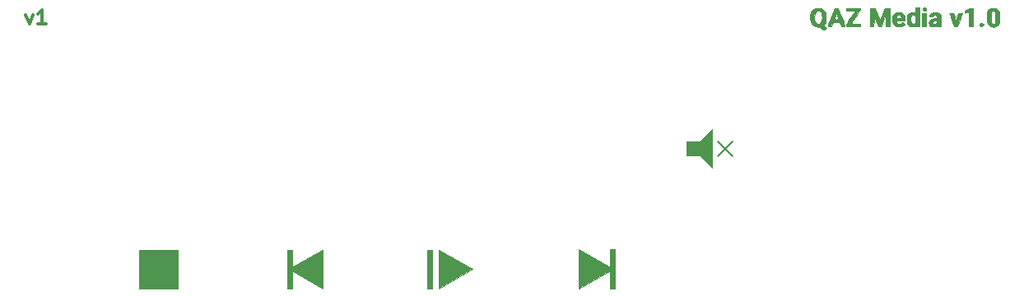
<source format=gbr>
G04 #@! TF.GenerationSoftware,KiCad,Pcbnew,(5.1.6)-1*
G04 #@! TF.CreationDate,2021-06-16T19:48:32-04:00*
G04 #@! TF.ProjectId,plate_layer_v1,706c6174-655f-46c6-9179-65725f76312e,rev?*
G04 #@! TF.SameCoordinates,Original*
G04 #@! TF.FileFunction,Legend,Top*
G04 #@! TF.FilePolarity,Positive*
%FSLAX46Y46*%
G04 Gerber Fmt 4.6, Leading zero omitted, Abs format (unit mm)*
G04 Created by KiCad (PCBNEW (5.1.6)-1) date 2021-06-16 19:48:32*
%MOMM*%
%LPD*%
G01*
G04 APERTURE LIST*
%ADD10C,0.100000*%
%ADD11C,0.300000*%
%ADD12C,0.010000*%
G04 APERTURE END LIST*
D10*
G36*
X175600000Y-101300000D02*
G01*
X174100000Y-102800000D01*
X174000000Y-102700000D01*
X175500000Y-101200000D01*
X175600000Y-101300000D01*
G37*
X175600000Y-101300000D02*
X174100000Y-102800000D01*
X174000000Y-102700000D01*
X175500000Y-101200000D01*
X175600000Y-101300000D01*
G36*
X175600000Y-102700000D02*
G01*
X175500000Y-102800000D01*
X174000000Y-101300000D01*
X174100000Y-101200000D01*
X175600000Y-102700000D01*
G37*
X175600000Y-102700000D02*
X175500000Y-102800000D01*
X174000000Y-101300000D01*
X174100000Y-101200000D01*
X175600000Y-102700000D01*
G36*
X173500000Y-104000000D02*
G01*
X172200000Y-102700000D01*
X170900000Y-102700000D01*
X170900000Y-101300000D01*
X172200000Y-101300000D01*
X173500000Y-100000000D01*
X173500000Y-104000000D01*
G37*
X173500000Y-104000000D02*
X172200000Y-102700000D01*
X170900000Y-102700000D01*
X170900000Y-101300000D01*
X172200000Y-101300000D01*
X173500000Y-100000000D01*
X173500000Y-104000000D01*
G36*
X144700000Y-116400000D02*
G01*
X144200000Y-116400000D01*
X144200000Y-112400000D01*
X144700000Y-112400000D01*
X144700000Y-116400000D01*
G37*
X144700000Y-116400000D02*
X144200000Y-116400000D01*
X144200000Y-112400000D01*
X144700000Y-112400000D01*
X144700000Y-116400000D01*
G36*
X148900000Y-114400000D02*
G01*
X145400000Y-116400000D01*
X145400000Y-112400000D01*
X148900000Y-114400000D01*
G37*
X148900000Y-114400000D02*
X145400000Y-116400000D01*
X145400000Y-112400000D01*
X148900000Y-114400000D01*
G36*
X163524382Y-116383301D02*
G01*
X163024382Y-116383301D01*
X163024382Y-112383301D01*
X163524382Y-112383301D01*
X163524382Y-116383301D01*
G37*
X163524382Y-116383301D02*
X163024382Y-116383301D01*
X163024382Y-112383301D01*
X163524382Y-112383301D01*
X163524382Y-116383301D01*
G36*
X163324382Y-114383301D02*
G01*
X159824382Y-116383301D01*
X159824382Y-112383301D01*
X163324382Y-114383301D01*
G37*
X163324382Y-114383301D02*
X159824382Y-116383301D01*
X159824382Y-112383301D01*
X163324382Y-114383301D01*
G36*
X130300000Y-116400000D02*
G01*
X129800000Y-116400000D01*
X129800000Y-112400000D01*
X130300000Y-112400000D01*
X130300000Y-116400000D01*
G37*
X130300000Y-116400000D02*
X129800000Y-116400000D01*
X129800000Y-112400000D01*
X130300000Y-112400000D01*
X130300000Y-116400000D01*
G36*
X133500000Y-116400000D02*
G01*
X130000000Y-114400000D01*
X133500000Y-112400000D01*
X133500000Y-116400000D01*
G37*
X133500000Y-116400000D02*
X130000000Y-114400000D01*
X133500000Y-112400000D01*
X133500000Y-116400000D01*
G36*
X118600000Y-116400000D02*
G01*
X114600000Y-116400000D01*
X114600000Y-112400000D01*
X118600000Y-112400000D01*
X118600000Y-116400000D01*
G37*
X118600000Y-116400000D02*
X114600000Y-116400000D01*
X114600000Y-112400000D01*
X118600000Y-112400000D01*
X118600000Y-116400000D01*
D11*
X102928571Y-88178571D02*
X103285714Y-89178571D01*
X103642857Y-88178571D01*
X105000000Y-89178571D02*
X104142857Y-89178571D01*
X104571428Y-89178571D02*
X104571428Y-87678571D01*
X104428571Y-87892857D01*
X104285714Y-88035714D01*
X104142857Y-88107142D01*
D12*
G36*
X195473512Y-87479543D02*
G01*
X195545696Y-87541395D01*
X195562666Y-87630000D01*
X195540025Y-87729414D01*
X195495704Y-87773637D01*
X195364537Y-87798365D01*
X195243470Y-87780530D01*
X195190133Y-87748533D01*
X195140564Y-87652272D01*
X195159569Y-87555894D01*
X195234758Y-87484045D01*
X195334837Y-87460666D01*
X195473512Y-87479543D01*
G37*
X195473512Y-87479543D02*
X195545696Y-87541395D01*
X195562666Y-87630000D01*
X195540025Y-87729414D01*
X195495704Y-87773637D01*
X195364537Y-87798365D01*
X195243470Y-87780530D01*
X195190133Y-87748533D01*
X195140564Y-87652272D01*
X195159569Y-87555894D01*
X195234758Y-87484045D01*
X195334837Y-87460666D01*
X195473512Y-87479543D01*
G36*
X201227422Y-89077776D02*
G01*
X201363827Y-89115706D01*
X201406808Y-89178124D01*
X201413192Y-89261876D01*
X201375000Y-89350958D01*
X201261462Y-89399042D01*
X201220712Y-89399957D01*
X201110776Y-89399094D01*
X201049312Y-89361439D01*
X201017692Y-89305960D01*
X200995341Y-89189136D01*
X201045154Y-89110167D01*
X201160274Y-89076517D01*
X201227422Y-89077776D01*
G37*
X201227422Y-89077776D02*
X201363827Y-89115706D01*
X201406808Y-89178124D01*
X201413192Y-89261876D01*
X201375000Y-89350958D01*
X201261462Y-89399042D01*
X201220712Y-89399957D01*
X201110776Y-89399094D01*
X201049312Y-89361439D01*
X201017692Y-89305960D01*
X200995341Y-89189136D01*
X201045154Y-89110167D01*
X201160274Y-89076517D01*
X201227422Y-89077776D01*
G36*
X200276040Y-87526370D02*
G01*
X200315543Y-87583889D01*
X200337182Y-87690889D01*
X200346103Y-87855772D01*
X200347455Y-88086944D01*
X200346385Y-88392808D01*
X200346333Y-88455500D01*
X200346333Y-89408000D01*
X199923000Y-89408000D01*
X199923000Y-87916458D01*
X199827750Y-87944210D01*
X199716873Y-87971832D01*
X199591783Y-87997528D01*
X199497119Y-88009712D01*
X199462054Y-87984131D01*
X199463177Y-87899681D01*
X199464783Y-87883043D01*
X199475413Y-87814935D01*
X199502148Y-87766065D01*
X199561206Y-87725085D01*
X199668805Y-87680648D01*
X199836418Y-87622996D01*
X199998860Y-87566643D01*
X200122846Y-87526151D01*
X200213523Y-87509925D01*
X200276040Y-87526370D01*
G37*
X200276040Y-87526370D02*
X200315543Y-87583889D01*
X200337182Y-87690889D01*
X200346103Y-87855772D01*
X200347455Y-88086944D01*
X200346385Y-88392808D01*
X200346333Y-88455500D01*
X200346333Y-89408000D01*
X199923000Y-89408000D01*
X199923000Y-87916458D01*
X199827750Y-87944210D01*
X199716873Y-87971832D01*
X199591783Y-87997528D01*
X199497119Y-88009712D01*
X199462054Y-87984131D01*
X199463177Y-87899681D01*
X199464783Y-87883043D01*
X199475413Y-87814935D01*
X199502148Y-87766065D01*
X199561206Y-87725085D01*
X199668805Y-87680648D01*
X199836418Y-87622996D01*
X199998860Y-87566643D01*
X200122846Y-87526151D01*
X200213523Y-87509925D01*
X200276040Y-87526370D01*
G36*
X199177479Y-88018153D02*
G01*
X199233942Y-88041289D01*
X199235748Y-88063916D01*
X199215964Y-88120317D01*
X199173587Y-88241885D01*
X199113778Y-88413797D01*
X199041693Y-88621229D01*
X198992668Y-88762416D01*
X198768564Y-89408000D01*
X198409459Y-89408000D01*
X198171396Y-88734411D01*
X198092731Y-88510427D01*
X198025031Y-88314977D01*
X197972942Y-88161699D01*
X197941113Y-88064232D01*
X197933333Y-88035911D01*
X197971429Y-88021696D01*
X198068830Y-88012677D01*
X198145000Y-88011000D01*
X198275515Y-88019653D01*
X198347827Y-88043000D01*
X198356666Y-88057794D01*
X198368391Y-88117136D01*
X198399732Y-88235975D01*
X198444941Y-88393031D01*
X198467297Y-88467292D01*
X198519437Y-88633159D01*
X198559118Y-88731275D01*
X198593186Y-88758944D01*
X198628487Y-88713473D01*
X198671866Y-88592166D01*
X198730170Y-88392330D01*
X198739257Y-88360250D01*
X198838124Y-88011000D01*
X199046424Y-88011000D01*
X199177479Y-88018153D01*
G37*
X199177479Y-88018153D02*
X199233942Y-88041289D01*
X199235748Y-88063916D01*
X199215964Y-88120317D01*
X199173587Y-88241885D01*
X199113778Y-88413797D01*
X199041693Y-88621229D01*
X198992668Y-88762416D01*
X198768564Y-89408000D01*
X198409459Y-89408000D01*
X198171396Y-88734411D01*
X198092731Y-88510427D01*
X198025031Y-88314977D01*
X197972942Y-88161699D01*
X197941113Y-88064232D01*
X197933333Y-88035911D01*
X197971429Y-88021696D01*
X198068830Y-88012677D01*
X198145000Y-88011000D01*
X198275515Y-88019653D01*
X198347827Y-88043000D01*
X198356666Y-88057794D01*
X198368391Y-88117136D01*
X198399732Y-88235975D01*
X198444941Y-88393031D01*
X198467297Y-88467292D01*
X198519437Y-88633159D01*
X198559118Y-88731275D01*
X198593186Y-88758944D01*
X198628487Y-88713473D01*
X198671866Y-88592166D01*
X198730170Y-88392330D01*
X198739257Y-88360250D01*
X198838124Y-88011000D01*
X199046424Y-88011000D01*
X199177479Y-88018153D01*
G36*
X195562666Y-89408000D02*
G01*
X195139333Y-89408000D01*
X195139333Y-88011000D01*
X195562666Y-88011000D01*
X195562666Y-89408000D01*
G37*
X195562666Y-89408000D02*
X195139333Y-89408000D01*
X195139333Y-88011000D01*
X195562666Y-88011000D01*
X195562666Y-89408000D01*
G36*
X190506334Y-88160438D02*
G01*
X190593330Y-88386375D01*
X190669243Y-88568891D01*
X190729504Y-88697938D01*
X190769541Y-88763468D01*
X190782444Y-88767426D01*
X190807438Y-88711690D01*
X190855603Y-88591610D01*
X190921032Y-88422362D01*
X190997816Y-88219118D01*
X191038435Y-88109988D01*
X191263247Y-87503000D01*
X191795000Y-87503000D01*
X191795000Y-89408000D01*
X191371666Y-89408000D01*
X191369703Y-88825916D01*
X191367739Y-88243833D01*
X191147453Y-88827279D01*
X190927166Y-89410726D01*
X190759521Y-89398779D01*
X190591875Y-89386833D01*
X190378521Y-88822430D01*
X190165166Y-88258027D01*
X190153388Y-88833013D01*
X190141610Y-89408000D01*
X189763000Y-89408000D01*
X189763000Y-87503000D01*
X190261403Y-87503000D01*
X190506334Y-88160438D01*
G37*
X190506334Y-88160438D02*
X190593330Y-88386375D01*
X190669243Y-88568891D01*
X190729504Y-88697938D01*
X190769541Y-88763468D01*
X190782444Y-88767426D01*
X190807438Y-88711690D01*
X190855603Y-88591610D01*
X190921032Y-88422362D01*
X190997816Y-88219118D01*
X191038435Y-88109988D01*
X191263247Y-87503000D01*
X191795000Y-87503000D01*
X191795000Y-89408000D01*
X191371666Y-89408000D01*
X191369703Y-88825916D01*
X191367739Y-88243833D01*
X191147453Y-88827279D01*
X190927166Y-89410726D01*
X190759521Y-89398779D01*
X190591875Y-89386833D01*
X190378521Y-88822430D01*
X190165166Y-88258027D01*
X190153388Y-88833013D01*
X190141610Y-89408000D01*
X189763000Y-89408000D01*
X189763000Y-87503000D01*
X190261403Y-87503000D01*
X190506334Y-88160438D01*
G36*
X188747000Y-87611723D02*
G01*
X188721606Y-87691467D01*
X188647733Y-87832164D01*
X188528846Y-88027905D01*
X188368408Y-88272781D01*
X188302858Y-88369326D01*
X188160370Y-88579051D01*
X188033968Y-88768037D01*
X187931759Y-88923929D01*
X187861846Y-89034370D01*
X187832662Y-89086103D01*
X187830207Y-89115302D01*
X187858115Y-89134794D01*
X187929370Y-89146473D01*
X188056954Y-89152233D01*
X188253850Y-89153968D01*
X188297970Y-89154000D01*
X188789333Y-89154000D01*
X188789333Y-89408000D01*
X187307666Y-89408000D01*
X187307666Y-89281193D01*
X187323875Y-89208674D01*
X187375328Y-89098152D01*
X187466267Y-88942333D01*
X187600933Y-88733923D01*
X187773333Y-88480434D01*
X187917470Y-88270605D01*
X188043468Y-88084852D01*
X188143941Y-87934253D01*
X188211504Y-87829890D01*
X188238773Y-87782842D01*
X188239000Y-87781740D01*
X188199517Y-87771798D01*
X188092460Y-87763764D01*
X187934916Y-87758544D01*
X187773333Y-87757000D01*
X187307666Y-87757000D01*
X187307666Y-87503000D01*
X188747000Y-87503000D01*
X188747000Y-87611723D01*
G37*
X188747000Y-87611723D02*
X188721606Y-87691467D01*
X188647733Y-87832164D01*
X188528846Y-88027905D01*
X188368408Y-88272781D01*
X188302858Y-88369326D01*
X188160370Y-88579051D01*
X188033968Y-88768037D01*
X187931759Y-88923929D01*
X187861846Y-89034370D01*
X187832662Y-89086103D01*
X187830207Y-89115302D01*
X187858115Y-89134794D01*
X187929370Y-89146473D01*
X188056954Y-89152233D01*
X188253850Y-89153968D01*
X188297970Y-89154000D01*
X188789333Y-89154000D01*
X188789333Y-89408000D01*
X187307666Y-89408000D01*
X187307666Y-89281193D01*
X187323875Y-89208674D01*
X187375328Y-89098152D01*
X187466267Y-88942333D01*
X187600933Y-88733923D01*
X187773333Y-88480434D01*
X187917470Y-88270605D01*
X188043468Y-88084852D01*
X188143941Y-87934253D01*
X188211504Y-87829890D01*
X188238773Y-87782842D01*
X188239000Y-87781740D01*
X188199517Y-87771798D01*
X188092460Y-87763764D01*
X187934916Y-87758544D01*
X187773333Y-87757000D01*
X187307666Y-87757000D01*
X187307666Y-87503000D01*
X188747000Y-87503000D01*
X188747000Y-87611723D01*
G36*
X186834742Y-88427679D02*
G01*
X186932758Y-88690828D01*
X187019994Y-88927227D01*
X187092302Y-89125453D01*
X187145532Y-89274084D01*
X187175537Y-89361697D01*
X187180666Y-89380179D01*
X187142644Y-89396277D01*
X187045744Y-89406322D01*
X186975875Y-89408000D01*
X186771085Y-89408000D01*
X186691942Y-89175166D01*
X186612800Y-88942333D01*
X185968462Y-88942333D01*
X185895067Y-89175166D01*
X185821673Y-89408000D01*
X185609066Y-89408000D01*
X185474402Y-89400612D01*
X185414285Y-89376832D01*
X185410145Y-89354164D01*
X185428479Y-89300414D01*
X185472302Y-89179502D01*
X185537167Y-89003461D01*
X185618628Y-88784326D01*
X185666424Y-88656583D01*
X186079991Y-88656583D01*
X186118085Y-88674698D01*
X186215472Y-88686193D01*
X186291666Y-88688333D01*
X186412532Y-88682617D01*
X186489364Y-88668004D01*
X186503761Y-88656583D01*
X186490599Y-88595050D01*
X186456462Y-88487747D01*
X186410610Y-88359434D01*
X186362300Y-88234874D01*
X186320791Y-88138829D01*
X186295340Y-88096060D01*
X186294042Y-88095666D01*
X186270494Y-88131709D01*
X186229553Y-88223391D01*
X186180633Y-88346038D01*
X186133149Y-88474981D01*
X186096516Y-88585545D01*
X186080150Y-88653061D01*
X186079991Y-88656583D01*
X185666424Y-88656583D01*
X185712240Y-88534134D01*
X185762020Y-88401664D01*
X186100207Y-87503000D01*
X186488819Y-87503000D01*
X186834742Y-88427679D01*
G37*
X186834742Y-88427679D02*
X186932758Y-88690828D01*
X187019994Y-88927227D01*
X187092302Y-89125453D01*
X187145532Y-89274084D01*
X187175537Y-89361697D01*
X187180666Y-89380179D01*
X187142644Y-89396277D01*
X187045744Y-89406322D01*
X186975875Y-89408000D01*
X186771085Y-89408000D01*
X186691942Y-89175166D01*
X186612800Y-88942333D01*
X185968462Y-88942333D01*
X185895067Y-89175166D01*
X185821673Y-89408000D01*
X185609066Y-89408000D01*
X185474402Y-89400612D01*
X185414285Y-89376832D01*
X185410145Y-89354164D01*
X185428479Y-89300414D01*
X185472302Y-89179502D01*
X185537167Y-89003461D01*
X185618628Y-88784326D01*
X185666424Y-88656583D01*
X186079991Y-88656583D01*
X186118085Y-88674698D01*
X186215472Y-88686193D01*
X186291666Y-88688333D01*
X186412532Y-88682617D01*
X186489364Y-88668004D01*
X186503761Y-88656583D01*
X186490599Y-88595050D01*
X186456462Y-88487747D01*
X186410610Y-88359434D01*
X186362300Y-88234874D01*
X186320791Y-88138829D01*
X186295340Y-88096060D01*
X186294042Y-88095666D01*
X186270494Y-88131709D01*
X186229553Y-88223391D01*
X186180633Y-88346038D01*
X186133149Y-88474981D01*
X186096516Y-88585545D01*
X186080150Y-88653061D01*
X186079991Y-88656583D01*
X185666424Y-88656583D01*
X185712240Y-88534134D01*
X185762020Y-88401664D01*
X186100207Y-87503000D01*
X186488819Y-87503000D01*
X186834742Y-88427679D01*
G36*
X202658259Y-87525412D02*
G01*
X202756436Y-87564483D01*
X202793630Y-87586339D01*
X202903515Y-87674093D01*
X202982147Y-87787424D01*
X203033919Y-87940239D01*
X203063225Y-88146446D01*
X203074457Y-88419953D01*
X203074896Y-88476666D01*
X203073481Y-88700908D01*
X203065363Y-88861035D01*
X203047873Y-88977502D01*
X203018341Y-89070764D01*
X202989261Y-89132833D01*
X202856483Y-89303087D01*
X202670353Y-89410170D01*
X202438123Y-89450033D01*
X202420666Y-89450201D01*
X202264001Y-89432771D01*
X202114267Y-89389549D01*
X202084905Y-89376184D01*
X201945917Y-89270595D01*
X201846822Y-89111155D01*
X201783609Y-88888860D01*
X201754488Y-88634246D01*
X201753213Y-88294202D01*
X201766575Y-88198481D01*
X202168985Y-88198481D01*
X202170850Y-88381548D01*
X202174006Y-88511500D01*
X202180834Y-88731639D01*
X202189619Y-88883320D01*
X202203416Y-88982744D01*
X202225273Y-89046113D01*
X202258245Y-89089629D01*
X202287773Y-89115501D01*
X202379016Y-89179936D01*
X202446996Y-89186198D01*
X202529955Y-89134272D01*
X202553560Y-89115406D01*
X202594473Y-89078047D01*
X202622371Y-89033657D01*
X202639739Y-88966563D01*
X202649060Y-88861092D01*
X202652818Y-88701570D01*
X202653500Y-88484851D01*
X202652107Y-88253985D01*
X202646598Y-88091957D01*
X202634980Y-87982968D01*
X202615255Y-87911216D01*
X202585431Y-87860900D01*
X202572855Y-87846111D01*
X202466481Y-87769028D01*
X202361372Y-87776139D01*
X202255159Y-87867639D01*
X202251162Y-87872665D01*
X202212999Y-87927704D01*
X202187973Y-87988835D01*
X202173997Y-88073336D01*
X202168985Y-88198481D01*
X201766575Y-88198481D01*
X201793388Y-88006421D01*
X201873195Y-87779785D01*
X201953769Y-87659908D01*
X202025918Y-87588109D01*
X202099784Y-87546313D01*
X202203043Y-87524578D01*
X202362790Y-87512993D01*
X202537159Y-87509971D01*
X202658259Y-87525412D01*
G37*
X202658259Y-87525412D02*
X202756436Y-87564483D01*
X202793630Y-87586339D01*
X202903515Y-87674093D01*
X202982147Y-87787424D01*
X203033919Y-87940239D01*
X203063225Y-88146446D01*
X203074457Y-88419953D01*
X203074896Y-88476666D01*
X203073481Y-88700908D01*
X203065363Y-88861035D01*
X203047873Y-88977502D01*
X203018341Y-89070764D01*
X202989261Y-89132833D01*
X202856483Y-89303087D01*
X202670353Y-89410170D01*
X202438123Y-89450033D01*
X202420666Y-89450201D01*
X202264001Y-89432771D01*
X202114267Y-89389549D01*
X202084905Y-89376184D01*
X201945917Y-89270595D01*
X201846822Y-89111155D01*
X201783609Y-88888860D01*
X201754488Y-88634246D01*
X201753213Y-88294202D01*
X201766575Y-88198481D01*
X202168985Y-88198481D01*
X202170850Y-88381548D01*
X202174006Y-88511500D01*
X202180834Y-88731639D01*
X202189619Y-88883320D01*
X202203416Y-88982744D01*
X202225273Y-89046113D01*
X202258245Y-89089629D01*
X202287773Y-89115501D01*
X202379016Y-89179936D01*
X202446996Y-89186198D01*
X202529955Y-89134272D01*
X202553560Y-89115406D01*
X202594473Y-89078047D01*
X202622371Y-89033657D01*
X202639739Y-88966563D01*
X202649060Y-88861092D01*
X202652818Y-88701570D01*
X202653500Y-88484851D01*
X202652107Y-88253985D01*
X202646598Y-88091957D01*
X202634980Y-87982968D01*
X202615255Y-87911216D01*
X202585431Y-87860900D01*
X202572855Y-87846111D01*
X202466481Y-87769028D01*
X202361372Y-87776139D01*
X202255159Y-87867639D01*
X202251162Y-87872665D01*
X202212999Y-87927704D01*
X202187973Y-87988835D01*
X202173997Y-88073336D01*
X202168985Y-88198481D01*
X201766575Y-88198481D01*
X201793388Y-88006421D01*
X201873195Y-87779785D01*
X201953769Y-87659908D01*
X202025918Y-87588109D01*
X202099784Y-87546313D01*
X202203043Y-87524578D01*
X202362790Y-87512993D01*
X202537159Y-87509971D01*
X202658259Y-87525412D01*
G36*
X196628397Y-87991545D02*
G01*
X196738121Y-88001443D01*
X196810995Y-88026665D01*
X196870927Y-88074352D01*
X196920805Y-88128084D01*
X196974439Y-88191523D01*
X197009779Y-88251112D01*
X197030665Y-88325848D01*
X197040940Y-88434727D01*
X197044443Y-88596745D01*
X197044911Y-88741917D01*
X197047419Y-88943780D01*
X197053764Y-89122287D01*
X197062924Y-89255582D01*
X197071648Y-89315170D01*
X197081142Y-89369593D01*
X197060400Y-89398765D01*
X196991550Y-89410502D01*
X196856722Y-89412620D01*
X196848820Y-89412614D01*
X196657634Y-89416160D01*
X196454389Y-89425420D01*
X196367000Y-89431511D01*
X196165447Y-89430777D01*
X196022793Y-89388374D01*
X196018814Y-89386189D01*
X195889311Y-89279386D01*
X195826390Y-89132922D01*
X195816666Y-89018035D01*
X195825805Y-88973150D01*
X196197666Y-88973150D01*
X196226945Y-89060196D01*
X196294955Y-89145361D01*
X196371961Y-89193961D01*
X196389018Y-89196333D01*
X196455371Y-89171948D01*
X196546345Y-89112830D01*
X196551790Y-89108594D01*
X196645182Y-88991745D01*
X196663333Y-88896927D01*
X196653847Y-88811696D01*
X196607912Y-88778233D01*
X196524586Y-88773000D01*
X196386651Y-88796322D01*
X196271690Y-88855921D01*
X196205102Y-88936247D01*
X196197666Y-88973150D01*
X195825805Y-88973150D01*
X195853557Y-88836854D01*
X195960407Y-88697854D01*
X196131480Y-88605287D01*
X196361041Y-88563401D01*
X196432987Y-88561333D01*
X196672511Y-88561333D01*
X196643352Y-88445153D01*
X196606311Y-88339576D01*
X196570079Y-88275820D01*
X196482684Y-88227925D01*
X196374090Y-88234509D01*
X196284116Y-88291353D01*
X196272508Y-88307333D01*
X196213640Y-88363639D01*
X196113382Y-88388518D01*
X196022113Y-88392000D01*
X195902776Y-88387800D01*
X195848997Y-88369453D01*
X195841849Y-88328334D01*
X195845620Y-88311589D01*
X195888816Y-88231458D01*
X195969561Y-88133569D01*
X195992604Y-88110506D01*
X196062540Y-88049792D01*
X196131787Y-88013753D01*
X196224886Y-87996023D01*
X196366380Y-87990237D01*
X196457918Y-87989833D01*
X196628397Y-87991545D01*
G37*
X196628397Y-87991545D02*
X196738121Y-88001443D01*
X196810995Y-88026665D01*
X196870927Y-88074352D01*
X196920805Y-88128084D01*
X196974439Y-88191523D01*
X197009779Y-88251112D01*
X197030665Y-88325848D01*
X197040940Y-88434727D01*
X197044443Y-88596745D01*
X197044911Y-88741917D01*
X197047419Y-88943780D01*
X197053764Y-89122287D01*
X197062924Y-89255582D01*
X197071648Y-89315170D01*
X197081142Y-89369593D01*
X197060400Y-89398765D01*
X196991550Y-89410502D01*
X196856722Y-89412620D01*
X196848820Y-89412614D01*
X196657634Y-89416160D01*
X196454389Y-89425420D01*
X196367000Y-89431511D01*
X196165447Y-89430777D01*
X196022793Y-89388374D01*
X196018814Y-89386189D01*
X195889311Y-89279386D01*
X195826390Y-89132922D01*
X195816666Y-89018035D01*
X195825805Y-88973150D01*
X196197666Y-88973150D01*
X196226945Y-89060196D01*
X196294955Y-89145361D01*
X196371961Y-89193961D01*
X196389018Y-89196333D01*
X196455371Y-89171948D01*
X196546345Y-89112830D01*
X196551790Y-89108594D01*
X196645182Y-88991745D01*
X196663333Y-88896927D01*
X196653847Y-88811696D01*
X196607912Y-88778233D01*
X196524586Y-88773000D01*
X196386651Y-88796322D01*
X196271690Y-88855921D01*
X196205102Y-88936247D01*
X196197666Y-88973150D01*
X195825805Y-88973150D01*
X195853557Y-88836854D01*
X195960407Y-88697854D01*
X196131480Y-88605287D01*
X196361041Y-88563401D01*
X196432987Y-88561333D01*
X196672511Y-88561333D01*
X196643352Y-88445153D01*
X196606311Y-88339576D01*
X196570079Y-88275820D01*
X196482684Y-88227925D01*
X196374090Y-88234509D01*
X196284116Y-88291353D01*
X196272508Y-88307333D01*
X196213640Y-88363639D01*
X196113382Y-88388518D01*
X196022113Y-88392000D01*
X195902776Y-88387800D01*
X195848997Y-88369453D01*
X195841849Y-88328334D01*
X195845620Y-88311589D01*
X195888816Y-88231458D01*
X195969561Y-88133569D01*
X195992604Y-88110506D01*
X196062540Y-88049792D01*
X196131787Y-88013753D01*
X196224886Y-87996023D01*
X196366380Y-87990237D01*
X196457918Y-87989833D01*
X196628397Y-87991545D01*
G36*
X194843000Y-89412350D02*
G01*
X194620750Y-89409861D01*
X194438829Y-89412902D01*
X194239658Y-89423477D01*
X194165666Y-89429589D01*
X193978909Y-89433397D01*
X193844635Y-89400482D01*
X193816649Y-89386340D01*
X193670539Y-89256194D01*
X193576988Y-89061087D01*
X193536757Y-88803030D01*
X193537048Y-88654346D01*
X193917987Y-88654346D01*
X193928085Y-88830828D01*
X193976555Y-88989139D01*
X194058029Y-89099686D01*
X194149581Y-89171804D01*
X194213702Y-89189992D01*
X194284753Y-89158198D01*
X194325580Y-89130432D01*
X194372072Y-89089525D01*
X194400194Y-89033432D01*
X194414445Y-88941949D01*
X194419327Y-88794875D01*
X194419666Y-88708075D01*
X194417923Y-88532357D01*
X194409260Y-88420839D01*
X194388526Y-88353074D01*
X194350567Y-88308615D01*
X194312099Y-88281137D01*
X194211576Y-88235331D01*
X194117862Y-88250411D01*
X194104649Y-88256166D01*
X194007597Y-88342986D01*
X193944933Y-88483722D01*
X193917987Y-88654346D01*
X193537048Y-88654346D01*
X193537063Y-88646766D01*
X193549677Y-88467054D01*
X193573024Y-88343357D01*
X193614992Y-88247071D01*
X193669056Y-88168219D01*
X193805249Y-88041594D01*
X193978590Y-87978402D01*
X194201626Y-87974613D01*
X194253014Y-87980590D01*
X194419666Y-88002943D01*
X194419666Y-87418333D01*
X194843000Y-87418333D01*
X194843000Y-89412350D01*
G37*
X194843000Y-89412350D02*
X194620750Y-89409861D01*
X194438829Y-89412902D01*
X194239658Y-89423477D01*
X194165666Y-89429589D01*
X193978909Y-89433397D01*
X193844635Y-89400482D01*
X193816649Y-89386340D01*
X193670539Y-89256194D01*
X193576988Y-89061087D01*
X193536757Y-88803030D01*
X193537048Y-88654346D01*
X193917987Y-88654346D01*
X193928085Y-88830828D01*
X193976555Y-88989139D01*
X194058029Y-89099686D01*
X194149581Y-89171804D01*
X194213702Y-89189992D01*
X194284753Y-89158198D01*
X194325580Y-89130432D01*
X194372072Y-89089525D01*
X194400194Y-89033432D01*
X194414445Y-88941949D01*
X194419327Y-88794875D01*
X194419666Y-88708075D01*
X194417923Y-88532357D01*
X194409260Y-88420839D01*
X194388526Y-88353074D01*
X194350567Y-88308615D01*
X194312099Y-88281137D01*
X194211576Y-88235331D01*
X194117862Y-88250411D01*
X194104649Y-88256166D01*
X194007597Y-88342986D01*
X193944933Y-88483722D01*
X193917987Y-88654346D01*
X193537048Y-88654346D01*
X193537063Y-88646766D01*
X193549677Y-88467054D01*
X193573024Y-88343357D01*
X193614992Y-88247071D01*
X193669056Y-88168219D01*
X193805249Y-88041594D01*
X193978590Y-87978402D01*
X194201626Y-87974613D01*
X194253014Y-87980590D01*
X194419666Y-88002943D01*
X194419666Y-87418333D01*
X194843000Y-87418333D01*
X194843000Y-89412350D01*
G36*
X192956537Y-88003660D02*
G01*
X193145710Y-88104792D01*
X193278869Y-88266288D01*
X193350352Y-88482375D01*
X193361333Y-88625690D01*
X193361333Y-88773000D01*
X192919331Y-88773000D01*
X192734061Y-88776708D01*
X192581820Y-88786726D01*
X192481513Y-88801391D01*
X192451935Y-88814090D01*
X192450308Y-88887082D01*
X192496183Y-88986207D01*
X192571675Y-89083809D01*
X192658900Y-89152234D01*
X192675444Y-89159700D01*
X192764179Y-89180023D01*
X192858114Y-89161547D01*
X192972052Y-89108444D01*
X193154272Y-89012791D01*
X193243735Y-89102253D01*
X193301913Y-89176122D01*
X193296831Y-89232805D01*
X193281818Y-89253625D01*
X193148715Y-89355380D01*
X192964023Y-89420968D01*
X192754326Y-89446743D01*
X192546207Y-89429058D01*
X192388510Y-89376184D01*
X192216186Y-89253093D01*
X192106459Y-89084142D01*
X192054692Y-88860574D01*
X192049065Y-88734989D01*
X192067066Y-88561333D01*
X192434404Y-88561333D01*
X192701498Y-88561333D01*
X192846250Y-88559799D01*
X192924257Y-88549942D01*
X192953436Y-88523876D01*
X192951709Y-88473715D01*
X192947867Y-88452919D01*
X192890582Y-88325419D01*
X192793478Y-88256324D01*
X192679023Y-88246684D01*
X192569680Y-88297551D01*
X192487914Y-88409977D01*
X192479834Y-88431011D01*
X192434404Y-88561333D01*
X192067066Y-88561333D01*
X192077946Y-88456385D01*
X192163664Y-88239157D01*
X192305048Y-88084648D01*
X192500927Y-87994201D01*
X192717013Y-87968666D01*
X192956537Y-88003660D01*
G37*
X192956537Y-88003660D02*
X193145710Y-88104792D01*
X193278869Y-88266288D01*
X193350352Y-88482375D01*
X193361333Y-88625690D01*
X193361333Y-88773000D01*
X192919331Y-88773000D01*
X192734061Y-88776708D01*
X192581820Y-88786726D01*
X192481513Y-88801391D01*
X192451935Y-88814090D01*
X192450308Y-88887082D01*
X192496183Y-88986207D01*
X192571675Y-89083809D01*
X192658900Y-89152234D01*
X192675444Y-89159700D01*
X192764179Y-89180023D01*
X192858114Y-89161547D01*
X192972052Y-89108444D01*
X193154272Y-89012791D01*
X193243735Y-89102253D01*
X193301913Y-89176122D01*
X193296831Y-89232805D01*
X193281818Y-89253625D01*
X193148715Y-89355380D01*
X192964023Y-89420968D01*
X192754326Y-89446743D01*
X192546207Y-89429058D01*
X192388510Y-89376184D01*
X192216186Y-89253093D01*
X192106459Y-89084142D01*
X192054692Y-88860574D01*
X192049065Y-88734989D01*
X192067066Y-88561333D01*
X192434404Y-88561333D01*
X192701498Y-88561333D01*
X192846250Y-88559799D01*
X192924257Y-88549942D01*
X192953436Y-88523876D01*
X192951709Y-88473715D01*
X192947867Y-88452919D01*
X192890582Y-88325419D01*
X192793478Y-88256324D01*
X192679023Y-88246684D01*
X192569680Y-88297551D01*
X192487914Y-88409977D01*
X192479834Y-88431011D01*
X192434404Y-88561333D01*
X192067066Y-88561333D01*
X192077946Y-88456385D01*
X192163664Y-88239157D01*
X192305048Y-88084648D01*
X192500927Y-87994201D01*
X192717013Y-87968666D01*
X192956537Y-88003660D01*
G36*
X184674409Y-87531752D02*
G01*
X184892987Y-87619483D01*
X185055860Y-87768404D01*
X185164942Y-87980727D01*
X185222144Y-88258663D01*
X185232403Y-88467443D01*
X185215741Y-88759433D01*
X185161437Y-88987375D01*
X185065627Y-89164858D01*
X185018097Y-89221299D01*
X184933901Y-89310921D01*
X185086737Y-89427494D01*
X185239572Y-89544068D01*
X185144407Y-89645367D01*
X185068253Y-89715484D01*
X184999825Y-89738361D01*
X184917442Y-89711388D01*
X184799421Y-89631954D01*
X184755127Y-89598500D01*
X184609024Y-89501945D01*
X184481257Y-89457671D01*
X184387846Y-89450333D01*
X184142013Y-89412505D01*
X183934085Y-89304324D01*
X183769778Y-89133747D01*
X183654808Y-88908731D01*
X183594890Y-88637232D01*
X183594404Y-88476666D01*
X184005666Y-88476666D01*
X184023131Y-88720145D01*
X184079750Y-88906127D01*
X184181863Y-89055164D01*
X184185199Y-89058750D01*
X184310336Y-89135611D01*
X184464967Y-89151282D01*
X184600678Y-89110411D01*
X184715534Y-89001118D01*
X184789709Y-88818708D01*
X184822707Y-88564590D01*
X184824504Y-88476666D01*
X184804939Y-88204422D01*
X184744897Y-88004408D01*
X184642358Y-87873424D01*
X184495302Y-87808270D01*
X184396829Y-87799333D01*
X184251138Y-87838424D01*
X184134830Y-87949874D01*
X184052947Y-88124951D01*
X184010534Y-88354922D01*
X184005666Y-88476666D01*
X183594404Y-88476666D01*
X183594005Y-88345258D01*
X183651767Y-88048799D01*
X183764121Y-87813531D01*
X183928379Y-87642267D01*
X184141857Y-87537821D01*
X184398213Y-87503000D01*
X184674409Y-87531752D01*
G37*
X184674409Y-87531752D02*
X184892987Y-87619483D01*
X185055860Y-87768404D01*
X185164942Y-87980727D01*
X185222144Y-88258663D01*
X185232403Y-88467443D01*
X185215741Y-88759433D01*
X185161437Y-88987375D01*
X185065627Y-89164858D01*
X185018097Y-89221299D01*
X184933901Y-89310921D01*
X185086737Y-89427494D01*
X185239572Y-89544068D01*
X185144407Y-89645367D01*
X185068253Y-89715484D01*
X184999825Y-89738361D01*
X184917442Y-89711388D01*
X184799421Y-89631954D01*
X184755127Y-89598500D01*
X184609024Y-89501945D01*
X184481257Y-89457671D01*
X184387846Y-89450333D01*
X184142013Y-89412505D01*
X183934085Y-89304324D01*
X183769778Y-89133747D01*
X183654808Y-88908731D01*
X183594890Y-88637232D01*
X183594404Y-88476666D01*
X184005666Y-88476666D01*
X184023131Y-88720145D01*
X184079750Y-88906127D01*
X184181863Y-89055164D01*
X184185199Y-89058750D01*
X184310336Y-89135611D01*
X184464967Y-89151282D01*
X184600678Y-89110411D01*
X184715534Y-89001118D01*
X184789709Y-88818708D01*
X184822707Y-88564590D01*
X184824504Y-88476666D01*
X184804939Y-88204422D01*
X184744897Y-88004408D01*
X184642358Y-87873424D01*
X184495302Y-87808270D01*
X184396829Y-87799333D01*
X184251138Y-87838424D01*
X184134830Y-87949874D01*
X184052947Y-88124951D01*
X184010534Y-88354922D01*
X184005666Y-88476666D01*
X183594404Y-88476666D01*
X183594005Y-88345258D01*
X183651767Y-88048799D01*
X183764121Y-87813531D01*
X183928379Y-87642267D01*
X184141857Y-87537821D01*
X184398213Y-87503000D01*
X184674409Y-87531752D01*
M02*

</source>
